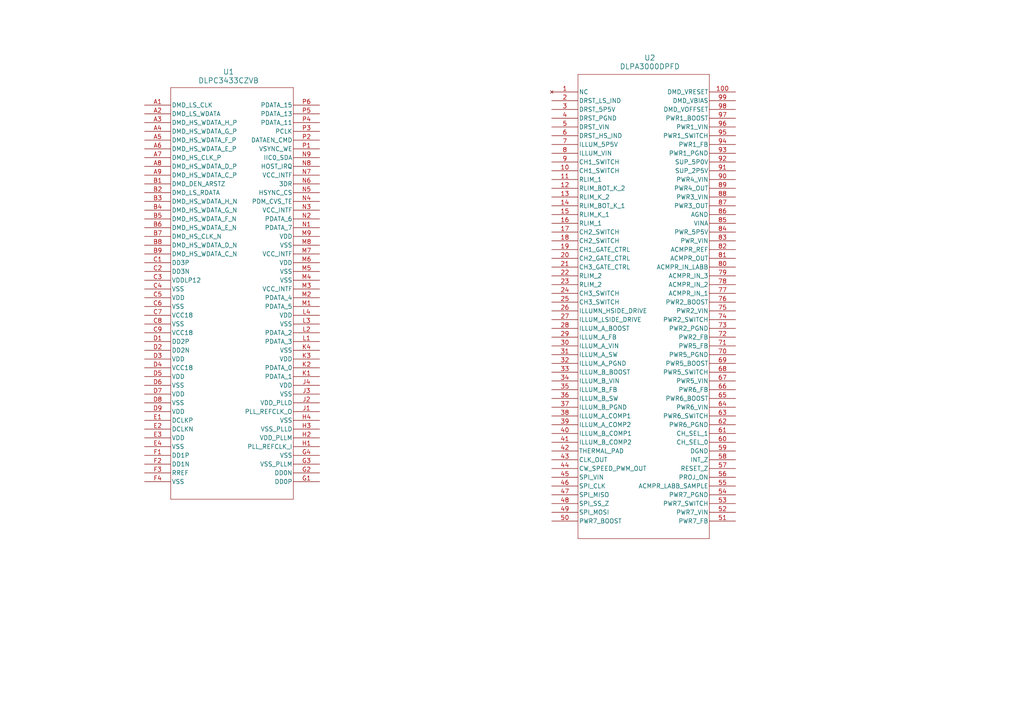
<source format=kicad_sch>
(kicad_sch (version 20231120) (generator "eeschema") (generator_version "8.0")
  (paper "A4")
  (lib_symbols
    (symbol "DLPA3000:DLPA3000DPFD" (pin_names (offset 0.254))
      (property "Reference" "U2" (at 28.448 9.906 0))
      (property "Value" "DLPA3000DPFD" (at 28.448 7.366 0))
      (symbol "DLPA3000DPFD_1_1"
        (polyline (pts (xy 7.62 -129.54) (xy 45.72 -129.54)) (stroke (width 0.127)))
        (polyline (pts (xy 7.62 5.08) (xy 7.62 -129.54)) (stroke (width 0.127)))
        (polyline (pts (xy 45.72 -129.54) (xy 45.72 5.08)) (stroke (width 0.127)))
        (polyline (pts (xy 45.72 5.08) (xy 7.62 5.08)) (stroke (width 0.127)))
        (pin no_connect line (at 0 0 0) (length 7.62) (name "NC") (number "1"))
        (pin input line (at 0 -22.86 0) (length 7.62) (name "CH1_SWITCH") (number "10"))
        (pin output line (at 53.34 0 180) (length 7.62) (name "DMD_VRESET") (number "100"))
        (pin output line (at 0 -25.4 0) (length 7.62) (name "RLIM_1") (number "11"))
        (pin input line (at 0 -27.94 0) (length 7.62) (name "RLIM_BOT_K_2") (number "12"))
        (pin input line (at 0 -30.48 0) (length 7.62) (name "RLIM_K_2") (number "13"))
        (pin input line (at 0 -33.02 0) (length 7.62) (name "RLIM_BOT_K_1") (number "14"))
        (pin input line (at 0 -35.56 0) (length 7.62) (name "RLIM_K_1") (number "15"))
        (pin output line (at 0 -38.1 0) (length 7.62) (name "RLIM_1") (number "16"))
        (pin input line (at 0 -40.64 0) (length 7.62) (name "CH2_SWITCH") (number "17"))
        (pin input line (at 0 -43.18 0) (length 7.62) (name "CH2_SWITCH") (number "18"))
        (pin output line (at 0 -45.72 0) (length 7.62) (name "CH1_GATE_CTRL") (number "19"))
        (pin bidirectional line (at 0 -2.54 0) (length 7.62) (name "DRST_LS_IND") (number "2"))
        (pin output line (at 0 -48.26 0) (length 7.62) (name "CH2_GATE_CTRL") (number "20"))
        (pin output line (at 0 -50.8 0) (length 7.62) (name "CH3_GATE_CTRL") (number "21"))
        (pin output line (at 0 -53.34 0) (length 7.62) (name "RLIM_2") (number "22"))
        (pin output line (at 0 -55.88 0) (length 7.62) (name "RLIM_2") (number "23"))
        (pin input line (at 0 -58.42 0) (length 7.62) (name "CH3_SWITCH") (number "24"))
        (pin input line (at 0 -60.96 0) (length 7.62) (name "CH3_SWITCH") (number "25"))
        (pin output line (at 0 -63.5 0) (length 7.62) (name "ILLUMN_HSIDE_DRIVE") (number "26"))
        (pin output line (at 0 -66.04 0) (length 7.62) (name "ILLUM_LSIDE_DRIVE") (number "27"))
        (pin input line (at 0 -68.58 0) (length 7.62) (name "ILLUM_A_BOOST") (number "28"))
        (pin input line (at 0 -71.12 0) (length 7.62) (name "ILLUM_A_FB") (number "29"))
        (pin output line (at 0 -5.08 0) (length 7.62) (name "DRST_5P5V") (number "3"))
        (pin power_in line (at 0 -73.66 0) (length 7.62) (name "ILLUM_A_VIN") (number "30"))
        (pin bidirectional line (at 0 -76.2 0) (length 7.62) (name "ILLUM_A_SW") (number "31"))
        (pin power_in line (at 0 -78.74 0) (length 7.62) (name "ILLUM_A_PGND") (number "32"))
        (pin input line (at 0 -81.28 0) (length 7.62) (name "ILLUM_B_BOOST") (number "33"))
        (pin power_in line (at 0 -83.82 0) (length 7.62) (name "ILLUM_B_VIN") (number "34"))
        (pin input line (at 0 -86.36 0) (length 7.62) (name "ILLUM_B_FB") (number "35"))
        (pin bidirectional line (at 0 -88.9 0) (length 7.62) (name "ILLUM_B_SW") (number "36"))
        (pin power_in line (at 0 -91.44 0) (length 7.62) (name "ILLUM_B_PGND") (number "37"))
        (pin bidirectional line (at 0 -93.98 0) (length 7.62) (name "ILLUM_A_COMP1") (number "38"))
        (pin bidirectional line (at 0 -96.52 0) (length 7.62) (name "ILLUM_A_COMP2") (number "39"))
        (pin power_in line (at 0 -7.62 0) (length 7.62) (name "DRST_PGND") (number "4"))
        (pin bidirectional line (at 0 -99.06 0) (length 7.62) (name "ILLUM_B_COMP1") (number "40"))
        (pin bidirectional line (at 0 -101.6 0) (length 7.62) (name "ILLUM_B_COMP2") (number "41"))
        (pin power_in line (at 0 -104.14 0) (length 7.62) (name "THERMAL_PAD") (number "42"))
        (pin output line (at 0 -106.68 0) (length 7.62) (name "CLK_OUT") (number "43"))
        (pin output line (at 0 -109.22 0) (length 7.62) (name "CW_SPEED_PWM_OUT") (number "44"))
        (pin input line (at 0 -111.76 0) (length 7.62) (name "SPI_VIN") (number "45"))
        (pin input line (at 0 -114.3 0) (length 7.62) (name "SPI_CLK") (number "46"))
        (pin output line (at 0 -116.84 0) (length 7.62) (name "SPI_MISO") (number "47"))
        (pin input line (at 0 -119.38 0) (length 7.62) (name "SPI_SS_Z") (number "48"))
        (pin input line (at 0 -121.92 0) (length 7.62) (name "SPI_MOSI") (number "49"))
        (pin power_in line (at 0 -10.16 0) (length 7.62) (name "DRST_VIN") (number "5"))
        (pin input line (at 0 -124.46 0) (length 7.62) (name "PWR7_BOOST") (number "50"))
        (pin input line (at 53.34 -124.46 180) (length 7.62) (name "PWR7_FB") (number "51"))
        (pin power_in line (at 53.34 -121.92 180) (length 7.62) (name "PWR7_VIN") (number "52"))
        (pin bidirectional line (at 53.34 -119.38 180) (length 7.62) (name "PWR7_SWITCH") (number "53"))
        (pin power_in line (at 53.34 -116.84 180) (length 7.62) (name "PWR7_PGND") (number "54"))
        (pin input line (at 53.34 -114.3 180) (length 7.62) (name "ACMPR_LABB_SAMPLE") (number "55"))
        (pin input line (at 53.34 -111.76 180) (length 7.62) (name "PROJ_ON") (number "56"))
        (pin output line (at 53.34 -109.22 180) (length 7.62) (name "RESET_Z") (number "57"))
        (pin output line (at 53.34 -106.68 180) (length 7.62) (name "INT_Z") (number "58"))
        (pin power_in line (at 53.34 -104.14 180) (length 7.62) (name "DGND") (number "59"))
        (pin bidirectional line (at 0 -12.7 0) (length 7.62) (name "DRST_HS_IND") (number "6"))
        (pin input line (at 53.34 -101.6 180) (length 7.62) (name "CH_SEL_0") (number "60"))
        (pin input line (at 53.34 -99.06 180) (length 7.62) (name "CH_SEL_1") (number "61"))
        (pin power_in line (at 53.34 -96.52 180) (length 7.62) (name "PWR6_PGND") (number "62"))
        (pin bidirectional line (at 53.34 -93.98 180) (length 7.62) (name "PWR6_SWITCH") (number "63"))
        (pin power_in line (at 53.34 -91.44 180) (length 7.62) (name "PWR6_VIN") (number "64"))
        (pin input line (at 53.34 -88.9 180) (length 7.62) (name "PWR6_BOOST") (number "65"))
        (pin input line (at 53.34 -86.36 180) (length 7.62) (name "PWR6_FB") (number "66"))
        (pin power_in line (at 53.34 -83.82 180) (length 7.62) (name "PWR5_VIN") (number "67"))
        (pin bidirectional line (at 53.34 -81.28 180) (length 7.62) (name "PWR5_SWITCH") (number "68"))
        (pin input line (at 53.34 -78.74 180) (length 7.62) (name "PWR5_BOOST") (number "69"))
        (pin output line (at 0 -15.24 0) (length 7.62) (name "ILLUM_5P5V") (number "7"))
        (pin power_in line (at 53.34 -76.2 180) (length 7.62) (name "PWR5_PGND") (number "70"))
        (pin input line (at 53.34 -73.66 180) (length 7.62) (name "PWR5_FB") (number "71"))
        (pin input line (at 53.34 -71.12 180) (length 7.62) (name "PWR2_FB") (number "72"))
        (pin power_in line (at 53.34 -68.58 180) (length 7.62) (name "PWR2_PGND") (number "73"))
        (pin bidirectional line (at 53.34 -66.04 180) (length 7.62) (name "PWR2_SWITCH") (number "74"))
        (pin power_in line (at 53.34 -63.5 180) (length 7.62) (name "PWR2_VIN") (number "75"))
        (pin input line (at 53.34 -60.96 180) (length 7.62) (name "PWR2_BOOST") (number "76"))
        (pin input line (at 53.34 -58.42 180) (length 7.62) (name "ACMPR_IN_1") (number "77"))
        (pin input line (at 53.34 -55.88 180) (length 7.62) (name "ACMPR_IN_2") (number "78"))
        (pin input line (at 53.34 -53.34 180) (length 7.62) (name "ACMPR_IN_3") (number "79"))
        (pin power_in line (at 0 -17.78 0) (length 7.62) (name "ILLUM_VIN") (number "8"))
        (pin input line (at 53.34 -50.8 180) (length 7.62) (name "ACMPR_IN_LABB") (number "80"))
        (pin output line (at 53.34 -48.26 180) (length 7.62) (name "ACMPR_OUT") (number "81"))
        (pin input line (at 53.34 -45.72 180) (length 7.62) (name "ACMPR_REF") (number "82"))
        (pin power_in line (at 53.34 -43.18 180) (length 7.62) (name "PWR_VIN") (number "83"))
        (pin output line (at 53.34 -40.64 180) (length 7.62) (name "PWR_5P5V") (number "84"))
        (pin power_in line (at 53.34 -38.1 180) (length 7.62) (name "VINA") (number "85"))
        (pin power_in line (at 53.34 -35.56 180) (length 7.62) (name "AGND") (number "86"))
        (pin output line (at 53.34 -33.02 180) (length 7.62) (name "PWR3_OUT") (number "87"))
        (pin power_in line (at 53.34 -30.48 180) (length 7.62) (name "PWR3_VIN") (number "88"))
        (pin output line (at 53.34 -27.94 180) (length 7.62) (name "PWR4_OUT") (number "89"))
        (pin input line (at 0 -20.32 0) (length 7.62) (name "CH1_SWITCH") (number "9"))
        (pin power_in line (at 53.34 -25.4 180) (length 7.62) (name "PWR4_VIN") (number "90"))
        (pin output line (at 53.34 -22.86 180) (length 7.62) (name "SUP_2P5V") (number "91"))
        (pin output line (at 53.34 -20.32 180) (length 7.62) (name "SUP_5P0V") (number "92"))
        (pin power_in line (at 53.34 -17.78 180) (length 7.62) (name "PWR1_PGND") (number "93"))
        (pin input line (at 53.34 -15.24 180) (length 7.62) (name "PWR1_FB") (number "94"))
        (pin bidirectional line (at 53.34 -12.7 180) (length 7.62) (name "PWR1_SWITCH") (number "95"))
        (pin power_in line (at 53.34 -10.16 180) (length 7.62) (name "PWR1_VIN") (number "96"))
        (pin input line (at 53.34 -7.62 180) (length 7.62) (name "PWR1_BOOST") (number "97"))
        (pin output line (at 53.34 -5.08 180) (length 7.62) (name "DMD_VOFFSET") (number "98"))
        (pin output line (at 53.34 -2.54 180) (length 7.62) (name "DMD_VBIAS") (number "99"))
      )
    )
    (symbol "DLPC3433:DLPC3433CZVB" (pin_names (offset 0.254))
      (property "Reference" "U1" (at 40.64 10.16 0))
      (property "Value" "DLPC3433CZVB" (at 40.64 7.62 0))
      (symbol "DLPC3433CZVB_1_1"
        (polyline (pts (xy 7.62 -114.3) (xy 43.18 -114.3)) (stroke (width 0.127)))
        (polyline (pts (xy 7.62 5.08) (xy 7.62 -114.3)) (stroke (width 0.127)))
        (polyline (pts (xy 43.18 -114.3) (xy 43.18 5.08)) (stroke (width 0.127)))
        (polyline (pts (xy 43.18 5.08) (xy 7.62 5.08)) (stroke (width 0.127)))
        (pin output line (at 0 0 0) (length 7.62) (name "DMD_LS_CLK") (number "A1"))
        (pin output line (at 0 -2.54 0) (length 7.62) (name "DMD_LS_WDATA") (number "A2"))
        (pin output line (at 0 -5.08 0) (length 7.62) (name "DMD_HS_WDATA_H_P") (number "A3"))
        (pin output line (at 0 -7.62 0) (length 7.62) (name "DMD_HS_WDATA_G_P") (number "A4"))
        (pin output line (at 0 -10.16 0) (length 7.62) (name "DMD_HS_WDATA_F_P") (number "A5"))
        (pin output line (at 0 -12.7 0) (length 7.62) (name "DMD_HS_WDATA_E_P") (number "A6"))
        (pin output line (at 0 -15.24 0) (length 7.62) (name "DMD_HS_CLK_P") (number "A7"))
        (pin output line (at 0 -17.78 0) (length 7.62) (name "DMD_HS_WDATA_D_P") (number "A8"))
        (pin output line (at 0 -20.32 0) (length 7.62) (name "DMD_HS_WDATA_C_P") (number "A9"))
        (pin output line (at 0 -22.86 0) (length 7.62) (name "DMD_DEN_ARSTZ") (number "B1"))
        (pin input line (at 0 -25.4 0) (length 7.62) (name "DMD_LS_RDATA") (number "B2"))
        (pin output line (at 0 -27.94 0) (length 7.62) (name "DMD_HS_WDATA_H_N") (number "B3"))
        (pin output line (at 0 -30.48 0) (length 7.62) (name "DMD_HS_WDATA_G_N") (number "B4"))
        (pin output line (at 0 -33.02 0) (length 7.62) (name "DMD_HS_WDATA_F_N") (number "B5"))
        (pin output line (at 0 -35.56 0) (length 7.62) (name "DMD_HS_WDATA_E_N") (number "B6"))
        (pin output line (at 0 -38.1 0) (length 7.62) (name "DMD_HS_CLK_N") (number "B7"))
        (pin output line (at 0 -40.64 0) (length 7.62) (name "DMD_HS_WDATA_D_N") (number "B8"))
        (pin output line (at 0 -43.18 0) (length 7.62) (name "DMD_HS_WDATA_C_N") (number "B9"))
        (pin unspecified line (at 0 -45.72 0) (length 7.62) (name "DD3P") (number "C1"))
        (pin unspecified line (at 0 -48.26 0) (length 7.62) (name "DD3N") (number "C2"))
        (pin power_in line (at 0 -50.8 0) (length 7.62) (name "VDDLP12") (number "C3"))
        (pin power_in line (at 0 -53.34 0) (length 7.62) (name "VSS") (number "C4"))
        (pin power_in line (at 0 -55.88 0) (length 7.62) (name "VDD") (number "C5"))
        (pin power_in line (at 0 -58.42 0) (length 7.62) (name "VSS") (number "C6"))
        (pin power_in line (at 0 -60.96 0) (length 7.62) (name "VCC18") (number "C7"))
        (pin power_in line (at 0 -63.5 0) (length 7.62) (name "VSS") (number "C8"))
        (pin power_in line (at 0 -66.04 0) (length 7.62) (name "VCC18") (number "C9"))
        (pin unspecified line (at 0 -68.58 0) (length 7.62) (name "DD2P") (number "D1"))
        (pin unspecified line (at 0 -71.12 0) (length 7.62) (name "DD2N") (number "D2"))
        (pin power_in line (at 0 -73.66 0) (length 7.62) (name "VDD") (number "D3"))
        (pin power_in line (at 0 -76.2 0) (length 7.62) (name "VCC18") (number "D4"))
        (pin power_in line (at 0 -78.74 0) (length 7.62) (name "VDD") (number "D5"))
        (pin power_in line (at 0 -81.28 0) (length 7.62) (name "VSS") (number "D6"))
        (pin power_in line (at 0 -83.82 0) (length 7.62) (name "VDD") (number "D7"))
        (pin power_in line (at 0 -86.36 0) (length 7.62) (name "VSS") (number "D8"))
        (pin power_in line (at 0 -88.9 0) (length 7.62) (name "VDD") (number "D9"))
        (pin unspecified line (at 0 -91.44 0) (length 7.62) (name "DCLKP") (number "E1"))
        (pin unspecified line (at 0 -93.98 0) (length 7.62) (name "DCLKN") (number "E2"))
        (pin power_in line (at 0 -96.52 0) (length 7.62) (name "VDD") (number "E3"))
        (pin power_in line (at 0 -99.06 0) (length 7.62) (name "VSS") (number "E4"))
        (pin unspecified line (at 0 -101.6 0) (length 7.62) (name "DD1P") (number "F1"))
        (pin unspecified line (at 0 -104.14 0) (length 7.62) (name "DD1N") (number "F2"))
        (pin unspecified line (at 0 -106.68 0) (length 7.62) (name "RREF") (number "F3"))
        (pin power_in line (at 0 -109.22 0) (length 7.62) (name "VSS") (number "F4"))
        (pin unspecified line (at 50.8 -109.22 180) (length 7.62) (name "DD0P") (number "G1"))
        (pin unspecified line (at 50.8 -106.68 180) (length 7.62) (name "DD0N") (number "G2"))
        (pin power_in line (at 50.8 -104.14 180) (length 7.62) (name "VSS_PLLM") (number "G3"))
        (pin power_in line (at 50.8 -101.6 180) (length 7.62) (name "VSS") (number "G4"))
        (pin input line (at 50.8 -99.06 180) (length 7.62) (name "PLL_REFCLK_I") (number "H1"))
        (pin power_in line (at 50.8 -96.52 180) (length 7.62) (name "VDD_PLLM") (number "H2"))
        (pin power_in line (at 50.8 -93.98 180) (length 7.62) (name "VSS_PLLD") (number "H3"))
        (pin power_in line (at 50.8 -91.44 180) (length 7.62) (name "VSS") (number "H4"))
        (pin output line (at 50.8 -88.9 180) (length 7.62) (name "PLL_REFCLK_O") (number "J1"))
        (pin power_in line (at 50.8 -86.36 180) (length 7.62) (name "VDD_PLLD") (number "J2"))
        (pin power_in line (at 50.8 -83.82 180) (length 7.62) (name "VSS") (number "J3"))
        (pin power_in line (at 50.8 -81.28 180) (length 7.62) (name "VDD") (number "J4"))
        (pin input line (at 50.8 -78.74 180) (length 7.62) (name "PDATA_1") (number "K1"))
        (pin input line (at 50.8 -76.2 180) (length 7.62) (name "PDATA_0") (number "K2"))
        (pin power_in line (at 50.8 -73.66 180) (length 7.62) (name "VDD") (number "K3"))
        (pin power_in line (at 50.8 -71.12 180) (length 7.62) (name "VSS") (number "K4"))
        (pin input line (at 50.8 -68.58 180) (length 7.62) (name "PDATA_3") (number "L1"))
        (pin input line (at 50.8 -66.04 180) (length 7.62) (name "PDATA_2") (number "L2"))
        (pin power_in line (at 50.8 -63.5 180) (length 7.62) (name "VSS") (number "L3"))
        (pin power_in line (at 50.8 -60.96 180) (length 7.62) (name "VDD") (number "L4"))
        (pin input line (at 50.8 -58.42 180) (length 7.62) (name "PDATA_5") (number "M1"))
        (pin input line (at 50.8 -55.88 180) (length 7.62) (name "PDATA_4") (number "M2"))
        (pin power_in line (at 50.8 -53.34 180) (length 7.62) (name "VCC_INTF") (number "M3"))
        (pin power_in line (at 50.8 -50.8 180) (length 7.62) (name "VSS") (number "M4"))
        (pin power_in line (at 50.8 -48.26 180) (length 7.62) (name "VSS") (number "M5"))
        (pin power_in line (at 50.8 -45.72 180) (length 7.62) (name "VDD") (number "M6"))
        (pin power_in line (at 50.8 -43.18 180) (length 7.62) (name "VCC_INTF") (number "M7"))
        (pin power_in line (at 50.8 -40.64 180) (length 7.62) (name "VSS") (number "M8"))
        (pin power_in line (at 50.8 -38.1 180) (length 7.62) (name "VDD") (number "M9"))
        (pin input line (at 50.8 -35.56 180) (length 7.62) (name "PDATA_7") (number "N1"))
        (pin input line (at 50.8 -33.02 180) (length 7.62) (name "PDATA_6") (number "N2"))
        (pin power_in line (at 50.8 -30.48 180) (length 7.62) (name "VCC_INTF") (number "N3"))
        (pin bidirectional line (at 50.8 -27.94 180) (length 7.62) (name "PDM_CVS_TE") (number "N4"))
        (pin input line (at 50.8 -25.4 180) (length 7.62) (name "HSYNC_CS") (number "N5"))
        (pin unspecified line (at 50.8 -22.86 180) (length 7.62) (name "3DR") (number "N6"))
        (pin power_in line (at 50.8 -20.32 180) (length 7.62) (name "VCC_INTF") (number "N7"))
        (pin output line (at 50.8 -17.78 180) (length 7.62) (name "HOST_IRQ") (number "N8"))
        (pin bidirectional line (at 50.8 -15.24 180) (length 7.62) (name "IIC0_SDA") (number "N9"))
        (pin input line (at 50.8 -12.7 180) (length 7.62) (name "VSYNC_WE") (number "P1"))
        (pin input line (at 50.8 -10.16 180) (length 7.62) (name "DATAEN_CMD") (number "P2"))
        (pin input line (at 50.8 -7.62 180) (length 7.62) (name "PCLK") (number "P3"))
        (pin input line (at 50.8 -5.08 180) (length 7.62) (name "PDATA_11") (number "P4"))
        (pin input line (at 50.8 -2.54 180) (length 7.62) (name "PDATA_13") (number "P5"))
        (pin input line (at 50.8 0 180) (length 7.62) (name "PDATA_15") (number "P6"))
      )
    )
  )
  (symbol (lib_id "DLPC3433:DLPC3433CZVB") (at 41.91 30.48 0) (unit 1)
    (property "Reference" "U1" (at 66.294 20.828 0) (effects (font (size 1.524 1.524))))
    (property "Value" "DLPC3433CZVB" (at 66.294 23.368 0) (effects (font (size 1.524 1.524))))
    (property "Footprint" "ZVB176_TEX" (effects (hide yes)))
    (property "Datasheet" "DLPC3433CZVB" (effects (hide yes)))
  )
  (symbol (lib_id "DLPA3000:DLPA3000DPFD") (at 160.02 26.67 0) (unit 1)
    (property "Reference" "U2" (at 188.468 16.764 0) (effects (font (size 1.524 1.524))))
    (property "Value" "DLPA3000DPFD" (at 188.468 19.304 0) (effects (font (size 1.524 1.524))))
    (property "Footprint" "PFD100_TEX" (effects (hide yes)))
    (property "Datasheet" "DLPA3000DPFD" (effects (hide yes)))
  )
)
</source>
